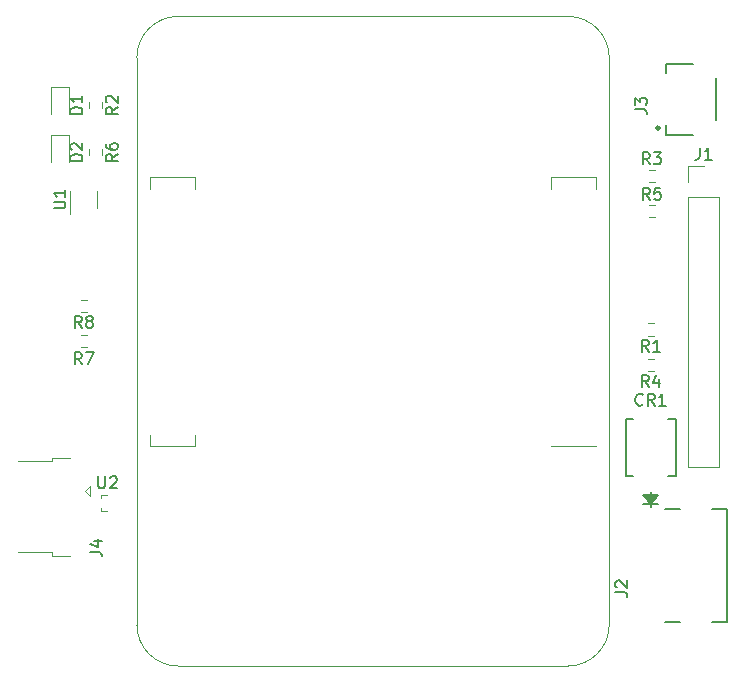
<source format=gto>
%TF.GenerationSoftware,KiCad,Pcbnew,(5.99.0-6900-ga9be08e1ce)*%
%TF.CreationDate,2020-11-13T16:54:07-06:00*%
%TF.ProjectId,rpi-cm4-base-carrier,7270692d-636d-4342-9d62-6173652d6361,v01*%
%TF.SameCoordinates,Original*%
%TF.FileFunction,Legend,Top*%
%TF.FilePolarity,Positive*%
%FSLAX46Y46*%
G04 Gerber Fmt 4.6, Leading zero omitted, Abs format (unit mm)*
G04 Created by KiCad (PCBNEW (5.99.0-6900-ga9be08e1ce)) date 2020-11-13 16:54:07*
%MOMM*%
%LPD*%
G01*
G04 APERTURE LIST*
%ADD10C,0.150000*%
%ADD11C,0.120000*%
%ADD12C,0.152400*%
%ADD13C,0.200000*%
%ADD14C,0.127000*%
%ADD15C,0.300000*%
G04 APERTURE END LIST*
D10*
%TO.C,R5*%
X169920833Y-94022380D02*
X169587500Y-93546190D01*
X169349404Y-94022380D02*
X169349404Y-93022380D01*
X169730357Y-93022380D01*
X169825595Y-93070000D01*
X169873214Y-93117619D01*
X169920833Y-93212857D01*
X169920833Y-93355714D01*
X169873214Y-93450952D01*
X169825595Y-93498571D01*
X169730357Y-93546190D01*
X169349404Y-93546190D01*
X170825595Y-93022380D02*
X170349404Y-93022380D01*
X170301785Y-93498571D01*
X170349404Y-93450952D01*
X170444642Y-93403333D01*
X170682738Y-93403333D01*
X170777976Y-93450952D01*
X170825595Y-93498571D01*
X170873214Y-93593809D01*
X170873214Y-93831904D01*
X170825595Y-93927142D01*
X170777976Y-93974761D01*
X170682738Y-94022380D01*
X170444642Y-94022380D01*
X170349404Y-93974761D01*
X170301785Y-93927142D01*
%TO.C,R7*%
X121833333Y-107952380D02*
X121500000Y-107476190D01*
X121261904Y-107952380D02*
X121261904Y-106952380D01*
X121642857Y-106952380D01*
X121738095Y-107000000D01*
X121785714Y-107047619D01*
X121833333Y-107142857D01*
X121833333Y-107285714D01*
X121785714Y-107380952D01*
X121738095Y-107428571D01*
X121642857Y-107476190D01*
X121261904Y-107476190D01*
X122166666Y-106952380D02*
X122833333Y-106952380D01*
X122404761Y-107952380D01*
%TO.C,R4*%
X169833333Y-109882380D02*
X169500000Y-109406190D01*
X169261904Y-109882380D02*
X169261904Y-108882380D01*
X169642857Y-108882380D01*
X169738095Y-108930000D01*
X169785714Y-108977619D01*
X169833333Y-109072857D01*
X169833333Y-109215714D01*
X169785714Y-109310952D01*
X169738095Y-109358571D01*
X169642857Y-109406190D01*
X169261904Y-109406190D01*
X170690476Y-109215714D02*
X170690476Y-109882380D01*
X170452380Y-108834761D02*
X170214285Y-109549047D01*
X170833333Y-109549047D01*
%TO.C,R8*%
X121833333Y-104882380D02*
X121500000Y-104406190D01*
X121261904Y-104882380D02*
X121261904Y-103882380D01*
X121642857Y-103882380D01*
X121738095Y-103930000D01*
X121785714Y-103977619D01*
X121833333Y-104072857D01*
X121833333Y-104215714D01*
X121785714Y-104310952D01*
X121738095Y-104358571D01*
X121642857Y-104406190D01*
X121261904Y-104406190D01*
X122404761Y-104310952D02*
X122309523Y-104263333D01*
X122261904Y-104215714D01*
X122214285Y-104120476D01*
X122214285Y-104072857D01*
X122261904Y-103977619D01*
X122309523Y-103930000D01*
X122404761Y-103882380D01*
X122595238Y-103882380D01*
X122690476Y-103930000D01*
X122738095Y-103977619D01*
X122785714Y-104072857D01*
X122785714Y-104120476D01*
X122738095Y-104215714D01*
X122690476Y-104263333D01*
X122595238Y-104310952D01*
X122404761Y-104310952D01*
X122309523Y-104358571D01*
X122261904Y-104406190D01*
X122214285Y-104501428D01*
X122214285Y-104691904D01*
X122261904Y-104787142D01*
X122309523Y-104834761D01*
X122404761Y-104882380D01*
X122595238Y-104882380D01*
X122690476Y-104834761D01*
X122738095Y-104787142D01*
X122785714Y-104691904D01*
X122785714Y-104501428D01*
X122738095Y-104406190D01*
X122690476Y-104358571D01*
X122595238Y-104310952D01*
%TO.C,CR1*%
X169333333Y-111357142D02*
X169285714Y-111404761D01*
X169142857Y-111452380D01*
X169047619Y-111452380D01*
X168904761Y-111404761D01*
X168809523Y-111309523D01*
X168761904Y-111214285D01*
X168714285Y-111023809D01*
X168714285Y-110880952D01*
X168761904Y-110690476D01*
X168809523Y-110595238D01*
X168904761Y-110500000D01*
X169047619Y-110452380D01*
X169142857Y-110452380D01*
X169285714Y-110500000D01*
X169333333Y-110547619D01*
X170333333Y-111452380D02*
X170000000Y-110976190D01*
X169761904Y-111452380D02*
X169761904Y-110452380D01*
X170142857Y-110452380D01*
X170238095Y-110500000D01*
X170285714Y-110547619D01*
X170333333Y-110642857D01*
X170333333Y-110785714D01*
X170285714Y-110880952D01*
X170238095Y-110928571D01*
X170142857Y-110976190D01*
X169761904Y-110976190D01*
X171285714Y-111452380D02*
X170714285Y-111452380D01*
X171000000Y-111452380D02*
X171000000Y-110452380D01*
X170904761Y-110595238D01*
X170809523Y-110690476D01*
X170714285Y-110738095D01*
%TO.C,U1*%
X119452380Y-94761904D02*
X120261904Y-94761904D01*
X120357142Y-94714285D01*
X120404761Y-94666666D01*
X120452380Y-94571428D01*
X120452380Y-94380952D01*
X120404761Y-94285714D01*
X120357142Y-94238095D01*
X120261904Y-94190476D01*
X119452380Y-94190476D01*
X120452380Y-93190476D02*
X120452380Y-93761904D01*
X120452380Y-93476190D02*
X119452380Y-93476190D01*
X119595238Y-93571428D01*
X119690476Y-93666666D01*
X119738095Y-93761904D01*
%TO.C,R2*%
X124882380Y-86166666D02*
X124406190Y-86500000D01*
X124882380Y-86738095D02*
X123882380Y-86738095D01*
X123882380Y-86357142D01*
X123930000Y-86261904D01*
X123977619Y-86214285D01*
X124072857Y-86166666D01*
X124215714Y-86166666D01*
X124310952Y-86214285D01*
X124358571Y-86261904D01*
X124406190Y-86357142D01*
X124406190Y-86738095D01*
X123977619Y-85785714D02*
X123930000Y-85738095D01*
X123882380Y-85642857D01*
X123882380Y-85404761D01*
X123930000Y-85309523D01*
X123977619Y-85261904D01*
X124072857Y-85214285D01*
X124168095Y-85214285D01*
X124310952Y-85261904D01*
X124882380Y-85833333D01*
X124882380Y-85214285D01*
%TO.C,D2*%
X121882380Y-90738095D02*
X120882380Y-90738095D01*
X120882380Y-90500000D01*
X120930000Y-90357142D01*
X121025238Y-90261904D01*
X121120476Y-90214285D01*
X121310952Y-90166666D01*
X121453809Y-90166666D01*
X121644285Y-90214285D01*
X121739523Y-90261904D01*
X121834761Y-90357142D01*
X121882380Y-90500000D01*
X121882380Y-90738095D01*
X120977619Y-89785714D02*
X120930000Y-89738095D01*
X120882380Y-89642857D01*
X120882380Y-89404761D01*
X120930000Y-89309523D01*
X120977619Y-89261904D01*
X121072857Y-89214285D01*
X121168095Y-89214285D01*
X121310952Y-89261904D01*
X121882380Y-89833333D01*
X121882380Y-89214285D01*
%TO.C,J2*%
X167017380Y-127258333D02*
X167731666Y-127258333D01*
X167874523Y-127305952D01*
X167969761Y-127401190D01*
X168017380Y-127544047D01*
X168017380Y-127639285D01*
X167112619Y-126829761D02*
X167065000Y-126782142D01*
X167017380Y-126686904D01*
X167017380Y-126448809D01*
X167065000Y-126353571D01*
X167112619Y-126305952D01*
X167207857Y-126258333D01*
X167303095Y-126258333D01*
X167445952Y-126305952D01*
X168017380Y-126877380D01*
X168017380Y-126258333D01*
%TO.C,D1*%
X121882380Y-86738095D02*
X120882380Y-86738095D01*
X120882380Y-86500000D01*
X120930000Y-86357142D01*
X121025238Y-86261904D01*
X121120476Y-86214285D01*
X121310952Y-86166666D01*
X121453809Y-86166666D01*
X121644285Y-86214285D01*
X121739523Y-86261904D01*
X121834761Y-86357142D01*
X121882380Y-86500000D01*
X121882380Y-86738095D01*
X121882380Y-85214285D02*
X121882380Y-85785714D01*
X121882380Y-85500000D02*
X120882380Y-85500000D01*
X121025238Y-85595238D01*
X121120476Y-85690476D01*
X121168095Y-85785714D01*
%TO.C,R1*%
X169833333Y-106882380D02*
X169500000Y-106406190D01*
X169261904Y-106882380D02*
X169261904Y-105882380D01*
X169642857Y-105882380D01*
X169738095Y-105930000D01*
X169785714Y-105977619D01*
X169833333Y-106072857D01*
X169833333Y-106215714D01*
X169785714Y-106310952D01*
X169738095Y-106358571D01*
X169642857Y-106406190D01*
X169261904Y-106406190D01*
X170785714Y-106882380D02*
X170214285Y-106882380D01*
X170500000Y-106882380D02*
X170500000Y-105882380D01*
X170404761Y-106025238D01*
X170309523Y-106120476D01*
X170214285Y-106168095D01*
%TO.C,R3*%
X169920833Y-91022380D02*
X169587500Y-90546190D01*
X169349404Y-91022380D02*
X169349404Y-90022380D01*
X169730357Y-90022380D01*
X169825595Y-90070000D01*
X169873214Y-90117619D01*
X169920833Y-90212857D01*
X169920833Y-90355714D01*
X169873214Y-90450952D01*
X169825595Y-90498571D01*
X169730357Y-90546190D01*
X169349404Y-90546190D01*
X170254166Y-90022380D02*
X170873214Y-90022380D01*
X170539880Y-90403333D01*
X170682738Y-90403333D01*
X170777976Y-90450952D01*
X170825595Y-90498571D01*
X170873214Y-90593809D01*
X170873214Y-90831904D01*
X170825595Y-90927142D01*
X170777976Y-90974761D01*
X170682738Y-91022380D01*
X170397023Y-91022380D01*
X170301785Y-90974761D01*
X170254166Y-90927142D01*
%TO.C,J4*%
X122552380Y-123833333D02*
X123266666Y-123833333D01*
X123409523Y-123880952D01*
X123504761Y-123976190D01*
X123552380Y-124119047D01*
X123552380Y-124214285D01*
X122885714Y-122928571D02*
X123552380Y-122928571D01*
X122504761Y-123166666D02*
X123219047Y-123404761D01*
X123219047Y-122785714D01*
%TO.C,R6*%
X124882380Y-90166666D02*
X124406190Y-90500000D01*
X124882380Y-90738095D02*
X123882380Y-90738095D01*
X123882380Y-90357142D01*
X123930000Y-90261904D01*
X123977619Y-90214285D01*
X124072857Y-90166666D01*
X124215714Y-90166666D01*
X124310952Y-90214285D01*
X124358571Y-90261904D01*
X124406190Y-90357142D01*
X124406190Y-90738095D01*
X123882380Y-89309523D02*
X123882380Y-89500000D01*
X123930000Y-89595238D01*
X123977619Y-89642857D01*
X124120476Y-89738095D01*
X124310952Y-89785714D01*
X124691904Y-89785714D01*
X124787142Y-89738095D01*
X124834761Y-89690476D01*
X124882380Y-89595238D01*
X124882380Y-89404761D01*
X124834761Y-89309523D01*
X124787142Y-89261904D01*
X124691904Y-89214285D01*
X124453809Y-89214285D01*
X124358571Y-89261904D01*
X124310952Y-89309523D01*
X124263333Y-89404761D01*
X124263333Y-89595238D01*
X124310952Y-89690476D01*
X124358571Y-89738095D01*
X124453809Y-89785714D01*
%TO.C,U2*%
X123238095Y-117452380D02*
X123238095Y-118261904D01*
X123285714Y-118357142D01*
X123333333Y-118404761D01*
X123428571Y-118452380D01*
X123619047Y-118452380D01*
X123714285Y-118404761D01*
X123761904Y-118357142D01*
X123809523Y-118261904D01*
X123809523Y-117452380D01*
X124238095Y-117547619D02*
X124285714Y-117500000D01*
X124380952Y-117452380D01*
X124619047Y-117452380D01*
X124714285Y-117500000D01*
X124761904Y-117547619D01*
X124809523Y-117642857D01*
X124809523Y-117738095D01*
X124761904Y-117880952D01*
X124190476Y-118452380D01*
X124809523Y-118452380D01*
%TO.C,J1*%
X174166666Y-89622380D02*
X174166666Y-90336666D01*
X174119047Y-90479523D01*
X174023809Y-90574761D01*
X173880952Y-90622380D01*
X173785714Y-90622380D01*
X175166666Y-90622380D02*
X174595238Y-90622380D01*
X174880952Y-90622380D02*
X174880952Y-89622380D01*
X174785714Y-89765238D01*
X174690476Y-89860476D01*
X174595238Y-89908095D01*
%TO.C,J3*%
X168684695Y-86378428D02*
X169398981Y-86378428D01*
X169541838Y-86426047D01*
X169637076Y-86521285D01*
X169684695Y-86664142D01*
X169684695Y-86759380D01*
X168684695Y-85997475D02*
X168684695Y-85378428D01*
X169065648Y-85711761D01*
X169065648Y-85568904D01*
X169113267Y-85473666D01*
X169160886Y-85426047D01*
X169256124Y-85378428D01*
X169494219Y-85378428D01*
X169589457Y-85426047D01*
X169637076Y-85473666D01*
X169684695Y-85568904D01*
X169684695Y-85854618D01*
X169637076Y-85949856D01*
X169589457Y-85997475D01*
D11*
%TO.C,R5*%
X169832776Y-94477500D02*
X170342224Y-94477500D01*
X169832776Y-95522500D02*
X170342224Y-95522500D01*
%TO.C,R7*%
X121745276Y-106522500D02*
X122254724Y-106522500D01*
X121745276Y-105477500D02*
X122254724Y-105477500D01*
%TO.C,R4*%
X170254724Y-108522500D02*
X169745276Y-108522500D01*
X170254724Y-107477500D02*
X169745276Y-107477500D01*
%TO.C,R8*%
X122254724Y-103522500D02*
X121745276Y-103522500D01*
X122254724Y-102477500D02*
X121745276Y-102477500D01*
D12*
%TO.C,CR1*%
X170000000Y-119800600D02*
X169619000Y-119038600D01*
X170000000Y-119800600D02*
X169492000Y-119038600D01*
X172108200Y-112574300D02*
X171463040Y-112574300D01*
X168536960Y-112574300D02*
X167891800Y-112574300D01*
X170000000Y-119800600D02*
X170381000Y-119038600D01*
X170000000Y-119800600D02*
X170508000Y-119038600D01*
X170000000Y-119800600D02*
X170635000Y-119038600D01*
X169365000Y-119800600D02*
X170635000Y-119800600D01*
X167891800Y-112574300D02*
X167891800Y-117425700D01*
X170000000Y-119800600D02*
X170254000Y-119038600D01*
X170000000Y-118784600D02*
X170000000Y-120054600D01*
X170000000Y-119800600D02*
X169365000Y-119038600D01*
X170000000Y-119800600D02*
X170127000Y-119038600D01*
X167891800Y-117425700D02*
X168536960Y-117425700D01*
X171463040Y-117425700D02*
X172108200Y-117425700D01*
X169365000Y-119038600D02*
X170635000Y-119038600D01*
X170000000Y-119800600D02*
X169873000Y-119038600D01*
X170000000Y-119800600D02*
X169746000Y-119038600D01*
X172108200Y-117425700D02*
X172108200Y-112574300D01*
D11*
%TO.C,U1*%
X120840000Y-93300000D02*
X120840000Y-95200000D01*
X123160000Y-94700000D02*
X123160000Y-93300000D01*
%TO.C,R2*%
X123522500Y-85745276D02*
X123522500Y-86254724D01*
X122477500Y-85745276D02*
X122477500Y-86254724D01*
%TO.C,D2*%
X120735000Y-90800000D02*
X120735000Y-88515000D01*
X119265000Y-88515000D02*
X119265000Y-90800000D01*
X120735000Y-88515000D02*
X119265000Y-88515000D01*
D13*
%TO.C,J2*%
X171250000Y-120210000D02*
X172500000Y-120210000D01*
X171250000Y-129790000D02*
X172500000Y-129790000D01*
X176500000Y-120210000D02*
X175220000Y-120210000D01*
X175220000Y-129790000D02*
X176500000Y-129790000D01*
X176500000Y-129790000D02*
X176500000Y-120210000D01*
D11*
%TO.C,D1*%
X120735000Y-86800000D02*
X120735000Y-84515000D01*
X119265000Y-84515000D02*
X119265000Y-86800000D01*
X120735000Y-84515000D02*
X119265000Y-84515000D01*
%TO.C,R1*%
X170254724Y-105522500D02*
X169745276Y-105522500D01*
X170254724Y-104477500D02*
X169745276Y-104477500D01*
%TO.C,R3*%
X169832776Y-92522500D02*
X170342224Y-92522500D01*
X169832776Y-91477500D02*
X170342224Y-91477500D01*
%TO.C,J4*%
X116480000Y-116150000D02*
X119280000Y-116150000D01*
X122530000Y-118300000D02*
X122530000Y-119100000D01*
X119280000Y-115850000D02*
X120830000Y-115850000D01*
X116480000Y-123850000D02*
X119280000Y-123850000D01*
X119280000Y-124150000D02*
X120830000Y-124150000D01*
X119280000Y-123850000D02*
X119280000Y-124150000D01*
X122530000Y-119100000D02*
X122080000Y-118700000D01*
X122080000Y-118700000D02*
X122530000Y-118300000D01*
X119280000Y-115850000D02*
X119280000Y-116150000D01*
%TO.C,R6*%
X123522500Y-89745276D02*
X123522500Y-90254724D01*
X122477500Y-89745276D02*
X122477500Y-90254724D01*
%TO.C,U2*%
X123450000Y-120350000D02*
X123450000Y-120150000D01*
X124000000Y-119050000D02*
X123450000Y-119050000D01*
X124000000Y-120350000D02*
X123450000Y-120350000D01*
X123450000Y-119050000D02*
X123450000Y-119250000D01*
%TO.C,Module1*%
X131430000Y-114900000D02*
X131430000Y-113900000D01*
X127650000Y-92100000D02*
X127650000Y-93100000D01*
X161570000Y-92100000D02*
X161570000Y-93100000D01*
X165350000Y-92100000D02*
X165350000Y-93100000D01*
X166500000Y-130000000D02*
X166500000Y-82000000D01*
X131430000Y-114900000D02*
X127650000Y-114900000D01*
X165350000Y-114900000D02*
X161570000Y-114900000D01*
X131430000Y-92100000D02*
X131430000Y-93100000D01*
X127650000Y-114900000D02*
X127650000Y-113900000D01*
X131430000Y-92100000D02*
X127650000Y-92100000D01*
X126500000Y-82000000D02*
X126500000Y-130000000D01*
X165350000Y-92100000D02*
X161570000Y-92100000D01*
X163000000Y-78500000D02*
X130000000Y-78500000D01*
X130000000Y-133500000D02*
X163000000Y-133500000D01*
X126500000Y-82000000D02*
G75*
G02*
X130000000Y-78500000I3500000J0D01*
G01*
X166500000Y-130000000D02*
G75*
G02*
X163000000Y-133500000I-3500000J0D01*
G01*
X163000000Y-78500000D02*
G75*
G02*
X166500000Y-82000000I0J-3500000D01*
G01*
X130000000Y-133500000D02*
G75*
G02*
X126500000Y-130000000I0J3500000D01*
G01*
%TO.C,J1*%
X175830000Y-93770000D02*
X175830000Y-116690000D01*
X173170000Y-91170000D02*
X174500000Y-91170000D01*
X173170000Y-92500000D02*
X173170000Y-91170000D01*
X173170000Y-93770000D02*
X175830000Y-93770000D01*
X173170000Y-93770000D02*
X173170000Y-116690000D01*
X173170000Y-116690000D02*
X175830000Y-116690000D01*
D14*
%TO.C,J3*%
X175575000Y-87300000D02*
X175575000Y-83700000D01*
X171325000Y-82500000D02*
X173600000Y-82500000D01*
X171325000Y-87700000D02*
X171325000Y-88500000D01*
X171325000Y-88500000D02*
X173600000Y-88500000D01*
X171325000Y-83300000D02*
X171325000Y-82500000D01*
D15*
X170715000Y-87950000D02*
G75*
G03*
X170715000Y-87950000I-100000J0D01*
G01*
%TD*%
M02*

</source>
